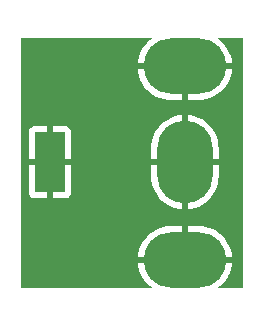
<source format=gbr>
%TF.GenerationSoftware,KiCad,Pcbnew,(6.0.7)*%
%TF.CreationDate,2023-01-27T12:27:14-07:00*%
%TF.ProjectId,JP_MegaDrive_DIN_Mount,4a505f4d-6567-4614-9472-6976655f4449,rev?*%
%TF.SameCoordinates,Original*%
%TF.FileFunction,Copper,L1,Top*%
%TF.FilePolarity,Positive*%
%FSLAX46Y46*%
G04 Gerber Fmt 4.6, Leading zero omitted, Abs format (unit mm)*
G04 Created by KiCad (PCBNEW (6.0.7)) date 2023-01-27 12:27:14*
%MOMM*%
%LPD*%
G01*
G04 APERTURE LIST*
%TA.AperFunction,ComponentPad*%
%ADD10O,4.700000X7.000000*%
%TD*%
%TA.AperFunction,ComponentPad*%
%ADD11O,7.000000X4.700000*%
%TD*%
%TA.AperFunction,SMDPad,CuDef*%
%ADD12R,2.540000X5.080000*%
%TD*%
G04 APERTURE END LIST*
D10*
%TO.P,H1,1,1*%
%TO.N,/GND*%
X132080000Y-111125000D03*
%TD*%
D11*
%TO.P,H2,1,1*%
%TO.N,/GND*%
X132080000Y-119380000D03*
%TD*%
%TO.P,H3,1,1*%
%TO.N,/GND*%
X132080000Y-102997000D03*
%TD*%
D12*
%TO.P,GND1,1,P*%
%TO.N,/GND*%
X120650000Y-111125000D03*
%TD*%
%TA.AperFunction,Conductor*%
%TO.N,/GND*%
G36*
X129298098Y-100595366D02*
G01*
X129308964Y-100621600D01*
X129298098Y-100647834D01*
X129294114Y-100651288D01*
X129082902Y-100809583D01*
X129081249Y-100810980D01*
X128840319Y-101040013D01*
X128838826Y-101041609D01*
X128626267Y-101297183D01*
X128624970Y-101298943D01*
X128443681Y-101577570D01*
X128442598Y-101579470D01*
X128295054Y-101877347D01*
X128294201Y-101879356D01*
X128182418Y-102192415D01*
X128181806Y-102194507D01*
X128107313Y-102518463D01*
X128106946Y-102520631D01*
X128083396Y-102735664D01*
X128084977Y-102741087D01*
X128088465Y-102743000D01*
X136071294Y-102743000D01*
X136076512Y-102740839D01*
X136077963Y-102737336D01*
X136045222Y-102476340D01*
X136044824Y-102474194D01*
X135965248Y-102151432D01*
X135964609Y-102149366D01*
X135847916Y-101838086D01*
X135847040Y-101836106D01*
X135694823Y-101540559D01*
X135693723Y-101538699D01*
X135508074Y-101262946D01*
X135506752Y-101261210D01*
X135290195Y-101008996D01*
X135288693Y-101007440D01*
X135044178Y-100782202D01*
X135042522Y-100780847D01*
X134864350Y-100651634D01*
X134849493Y-100627436D01*
X134856097Y-100599819D01*
X134880295Y-100584962D01*
X134886131Y-100584500D01*
X136995400Y-100584500D01*
X137021634Y-100595366D01*
X137032500Y-100621600D01*
X137032500Y-121755400D01*
X137021634Y-121781634D01*
X136995400Y-121792500D01*
X134888136Y-121792500D01*
X134861902Y-121781634D01*
X134851036Y-121755400D01*
X134861902Y-121729166D01*
X134865886Y-121725712D01*
X135077098Y-121567417D01*
X135078751Y-121566020D01*
X135319681Y-121336987D01*
X135321174Y-121335391D01*
X135533733Y-121079817D01*
X135535030Y-121078057D01*
X135716319Y-120799430D01*
X135717402Y-120797530D01*
X135864946Y-120499653D01*
X135865799Y-120497644D01*
X135977582Y-120184585D01*
X135978194Y-120182493D01*
X136052687Y-119858537D01*
X136053054Y-119856369D01*
X136076604Y-119641336D01*
X136075023Y-119635913D01*
X136071535Y-119634000D01*
X128088706Y-119634000D01*
X128083488Y-119636161D01*
X128082037Y-119639664D01*
X128114778Y-119900660D01*
X128115176Y-119902806D01*
X128194752Y-120225568D01*
X128195391Y-120227634D01*
X128312084Y-120538914D01*
X128312960Y-120540894D01*
X128465177Y-120836441D01*
X128466277Y-120838301D01*
X128651926Y-121114054D01*
X128653248Y-121115790D01*
X128869805Y-121368004D01*
X128871307Y-121369560D01*
X129115822Y-121594798D01*
X129117478Y-121596153D01*
X129295650Y-121725366D01*
X129310507Y-121749564D01*
X129303903Y-121777181D01*
X129279705Y-121792038D01*
X129273869Y-121792500D01*
X118274600Y-121792500D01*
X118248366Y-121781634D01*
X118237500Y-121755400D01*
X118237500Y-119118664D01*
X128083396Y-119118664D01*
X128084977Y-119124087D01*
X128088465Y-119126000D01*
X131818621Y-119126000D01*
X131823839Y-119123839D01*
X131826000Y-119118621D01*
X132334000Y-119118621D01*
X132336161Y-119123839D01*
X132341379Y-119126000D01*
X136071294Y-119126000D01*
X136076512Y-119123839D01*
X136077963Y-119120336D01*
X136045222Y-118859340D01*
X136044824Y-118857194D01*
X135965248Y-118534432D01*
X135964609Y-118532366D01*
X135847916Y-118221086D01*
X135847040Y-118219106D01*
X135694823Y-117923559D01*
X135693723Y-117921699D01*
X135508074Y-117645946D01*
X135506752Y-117644210D01*
X135290195Y-117391996D01*
X135288693Y-117390440D01*
X135044178Y-117165202D01*
X135042522Y-117163847D01*
X134773388Y-116968668D01*
X134771575Y-116967508D01*
X134481514Y-116805066D01*
X134479582Y-116804128D01*
X134172553Y-116676639D01*
X134170509Y-116675927D01*
X133850730Y-116585137D01*
X133848593Y-116584663D01*
X133520334Y-116531791D01*
X133518303Y-116531577D01*
X133329740Y-116522025D01*
X133328773Y-116522000D01*
X132341379Y-116522000D01*
X132336161Y-116524161D01*
X132334000Y-116529379D01*
X132334000Y-119118621D01*
X131826000Y-119118621D01*
X131826000Y-116529379D01*
X131823839Y-116524161D01*
X131818621Y-116522000D01*
X130844632Y-116522000D01*
X130843585Y-116522030D01*
X130597037Y-116536462D01*
X130594912Y-116536712D01*
X130267569Y-116594725D01*
X130265457Y-116595228D01*
X129947135Y-116691033D01*
X129945096Y-116691780D01*
X129640122Y-116824070D01*
X129638185Y-116825048D01*
X129350732Y-116992014D01*
X129348918Y-116993215D01*
X129082902Y-117192583D01*
X129081249Y-117193980D01*
X128840319Y-117423013D01*
X128838826Y-117424609D01*
X128626267Y-117680183D01*
X128624970Y-117681943D01*
X128443681Y-117960570D01*
X128442598Y-117962470D01*
X128295054Y-118260347D01*
X128294201Y-118262356D01*
X128182418Y-118575415D01*
X128181806Y-118577507D01*
X128107313Y-118901463D01*
X128106946Y-118903631D01*
X128083396Y-119118664D01*
X118237500Y-119118664D01*
X118237500Y-113712078D01*
X118872001Y-113712078D01*
X118872110Y-113714093D01*
X118878497Y-113772892D01*
X118879566Y-113777388D01*
X118928900Y-113908986D01*
X118931413Y-113913577D01*
X119015511Y-114025789D01*
X119019211Y-114029489D01*
X119131423Y-114113587D01*
X119136014Y-114116100D01*
X119267611Y-114165434D01*
X119272109Y-114166504D01*
X119330908Y-114172891D01*
X119332920Y-114173000D01*
X120388621Y-114173000D01*
X120393839Y-114170839D01*
X120396000Y-114165621D01*
X120396000Y-114165620D01*
X120904000Y-114165620D01*
X120906161Y-114170838D01*
X120911379Y-114172999D01*
X121967078Y-114172999D01*
X121969093Y-114172890D01*
X122027892Y-114166503D01*
X122032388Y-114165434D01*
X122163986Y-114116100D01*
X122168577Y-114113587D01*
X122280789Y-114029489D01*
X122284489Y-114025789D01*
X122368587Y-113913577D01*
X122371100Y-113908986D01*
X122420434Y-113777389D01*
X122421504Y-113772891D01*
X122427891Y-113714092D01*
X122428000Y-113712080D01*
X122428000Y-112360368D01*
X129222000Y-112360368D01*
X129222030Y-112361415D01*
X129236462Y-112607963D01*
X129236712Y-112610088D01*
X129294725Y-112937431D01*
X129295228Y-112939543D01*
X129391033Y-113257865D01*
X129391780Y-113259904D01*
X129524070Y-113564878D01*
X129525048Y-113566815D01*
X129692014Y-113854268D01*
X129693215Y-113856082D01*
X129892583Y-114122098D01*
X129893980Y-114123751D01*
X130123013Y-114364681D01*
X130124609Y-114366174D01*
X130380183Y-114578733D01*
X130381943Y-114580030D01*
X130660570Y-114761319D01*
X130662470Y-114762402D01*
X130960347Y-114909946D01*
X130962356Y-114910799D01*
X131275415Y-115022582D01*
X131277507Y-115023194D01*
X131601463Y-115097687D01*
X131603631Y-115098054D01*
X131818664Y-115121604D01*
X131824087Y-115120023D01*
X131826000Y-115116535D01*
X131826000Y-115116294D01*
X132334000Y-115116294D01*
X132336161Y-115121512D01*
X132339664Y-115122963D01*
X132600660Y-115090222D01*
X132602806Y-115089824D01*
X132925568Y-115010248D01*
X132927634Y-115009609D01*
X133238914Y-114892916D01*
X133240894Y-114892040D01*
X133536441Y-114739823D01*
X133538301Y-114738723D01*
X133814054Y-114553074D01*
X133815790Y-114551752D01*
X134068004Y-114335195D01*
X134069560Y-114333693D01*
X134294798Y-114089178D01*
X134296153Y-114087522D01*
X134491332Y-113818388D01*
X134492492Y-113816575D01*
X134654934Y-113526514D01*
X134655872Y-113524582D01*
X134783361Y-113217553D01*
X134784073Y-113215509D01*
X134874863Y-112895730D01*
X134875337Y-112893593D01*
X134928209Y-112565334D01*
X134928423Y-112563303D01*
X134937975Y-112374740D01*
X134938000Y-112373773D01*
X134938000Y-111386379D01*
X134935839Y-111381161D01*
X134930621Y-111379000D01*
X132341379Y-111379000D01*
X132336161Y-111381161D01*
X132334000Y-111386379D01*
X132334000Y-115116294D01*
X131826000Y-115116294D01*
X131826000Y-111386379D01*
X131823839Y-111381161D01*
X131818621Y-111379000D01*
X129229379Y-111379000D01*
X129224161Y-111381161D01*
X129222000Y-111386379D01*
X129222000Y-112360368D01*
X122428000Y-112360368D01*
X122428000Y-111386379D01*
X122425839Y-111381161D01*
X122420621Y-111379000D01*
X120911379Y-111379000D01*
X120906161Y-111381161D01*
X120904000Y-111386379D01*
X120904000Y-114165620D01*
X120396000Y-114165620D01*
X120396000Y-111386379D01*
X120393839Y-111381161D01*
X120388621Y-111379000D01*
X118879380Y-111379000D01*
X118874162Y-111381161D01*
X118872001Y-111386379D01*
X118872001Y-113712078D01*
X118237500Y-113712078D01*
X118237500Y-110863621D01*
X118872000Y-110863621D01*
X118874161Y-110868839D01*
X118879379Y-110871000D01*
X120388621Y-110871000D01*
X120393839Y-110868839D01*
X120396000Y-110863621D01*
X120904000Y-110863621D01*
X120906161Y-110868839D01*
X120911379Y-110871000D01*
X122420620Y-110871000D01*
X122425838Y-110868839D01*
X122427999Y-110863621D01*
X129222000Y-110863621D01*
X129224161Y-110868839D01*
X129229379Y-110871000D01*
X131818621Y-110871000D01*
X131823839Y-110868839D01*
X131826000Y-110863621D01*
X132334000Y-110863621D01*
X132336161Y-110868839D01*
X132341379Y-110871000D01*
X134930621Y-110871000D01*
X134935839Y-110868839D01*
X134938000Y-110863621D01*
X134938000Y-109889632D01*
X134937970Y-109888585D01*
X134923538Y-109642037D01*
X134923288Y-109639912D01*
X134865275Y-109312569D01*
X134864772Y-109310457D01*
X134768967Y-108992135D01*
X134768220Y-108990096D01*
X134635930Y-108685122D01*
X134634952Y-108683185D01*
X134467986Y-108395732D01*
X134466785Y-108393918D01*
X134267417Y-108127902D01*
X134266020Y-108126249D01*
X134036987Y-107885319D01*
X134035391Y-107883826D01*
X133779817Y-107671267D01*
X133778057Y-107669970D01*
X133499430Y-107488681D01*
X133497530Y-107487598D01*
X133199653Y-107340054D01*
X133197644Y-107339201D01*
X132884585Y-107227418D01*
X132882493Y-107226806D01*
X132558537Y-107152313D01*
X132556369Y-107151946D01*
X132341336Y-107128396D01*
X132335913Y-107129977D01*
X132334000Y-107133465D01*
X132334000Y-110863621D01*
X131826000Y-110863621D01*
X131826000Y-107133706D01*
X131823839Y-107128488D01*
X131820336Y-107127037D01*
X131559340Y-107159778D01*
X131557194Y-107160176D01*
X131234432Y-107239752D01*
X131232366Y-107240391D01*
X130921086Y-107357084D01*
X130919106Y-107357960D01*
X130623559Y-107510177D01*
X130621699Y-107511277D01*
X130345946Y-107696926D01*
X130344210Y-107698248D01*
X130091996Y-107914805D01*
X130090440Y-107916307D01*
X129865202Y-108160822D01*
X129863847Y-108162478D01*
X129668668Y-108431612D01*
X129667508Y-108433425D01*
X129505066Y-108723486D01*
X129504128Y-108725418D01*
X129376639Y-109032447D01*
X129375927Y-109034491D01*
X129285137Y-109354270D01*
X129284663Y-109356407D01*
X129231791Y-109684666D01*
X129231577Y-109686697D01*
X129222025Y-109875260D01*
X129222000Y-109876227D01*
X129222000Y-110863621D01*
X122427999Y-110863621D01*
X122427999Y-108537922D01*
X122427890Y-108535907D01*
X122421503Y-108477108D01*
X122420434Y-108472612D01*
X122371100Y-108341014D01*
X122368587Y-108336423D01*
X122284489Y-108224211D01*
X122280789Y-108220511D01*
X122168577Y-108136413D01*
X122163986Y-108133900D01*
X122032389Y-108084566D01*
X122027891Y-108083496D01*
X121969092Y-108077109D01*
X121967080Y-108077000D01*
X120911379Y-108077000D01*
X120906161Y-108079161D01*
X120904000Y-108084379D01*
X120904000Y-110863621D01*
X120396000Y-110863621D01*
X120396000Y-108084380D01*
X120393839Y-108079162D01*
X120388621Y-108077001D01*
X119332922Y-108077001D01*
X119330907Y-108077110D01*
X119272108Y-108083497D01*
X119267612Y-108084566D01*
X119136014Y-108133900D01*
X119131423Y-108136413D01*
X119019211Y-108220511D01*
X119015511Y-108224211D01*
X118931413Y-108336423D01*
X118928900Y-108341014D01*
X118879566Y-108472611D01*
X118878496Y-108477109D01*
X118872109Y-108535908D01*
X118872000Y-108537920D01*
X118872000Y-110863621D01*
X118237500Y-110863621D01*
X118237500Y-103256664D01*
X128082037Y-103256664D01*
X128114778Y-103517660D01*
X128115176Y-103519806D01*
X128194752Y-103842568D01*
X128195391Y-103844634D01*
X128312084Y-104155914D01*
X128312960Y-104157894D01*
X128465177Y-104453441D01*
X128466277Y-104455301D01*
X128651926Y-104731054D01*
X128653248Y-104732790D01*
X128869805Y-104985004D01*
X128871307Y-104986560D01*
X129115822Y-105211798D01*
X129117478Y-105213153D01*
X129386612Y-105408332D01*
X129388425Y-105409492D01*
X129678486Y-105571934D01*
X129680418Y-105572872D01*
X129987447Y-105700361D01*
X129989491Y-105701073D01*
X130309270Y-105791863D01*
X130311407Y-105792337D01*
X130639666Y-105845209D01*
X130641697Y-105845423D01*
X130830260Y-105854975D01*
X130831227Y-105855000D01*
X131818621Y-105855000D01*
X131823839Y-105852839D01*
X131826000Y-105847621D01*
X132334000Y-105847621D01*
X132336161Y-105852839D01*
X132341379Y-105855000D01*
X133315368Y-105855000D01*
X133316415Y-105854970D01*
X133562963Y-105840538D01*
X133565088Y-105840288D01*
X133892431Y-105782275D01*
X133894543Y-105781772D01*
X134212865Y-105685967D01*
X134214904Y-105685220D01*
X134519878Y-105552930D01*
X134521815Y-105551952D01*
X134809268Y-105384986D01*
X134811082Y-105383785D01*
X135077098Y-105184417D01*
X135078751Y-105183020D01*
X135319681Y-104953987D01*
X135321174Y-104952391D01*
X135533733Y-104696817D01*
X135535030Y-104695057D01*
X135716319Y-104416430D01*
X135717402Y-104414530D01*
X135864946Y-104116653D01*
X135865799Y-104114644D01*
X135977582Y-103801585D01*
X135978194Y-103799493D01*
X136052687Y-103475537D01*
X136053054Y-103473369D01*
X136076604Y-103258336D01*
X136075023Y-103252913D01*
X136071535Y-103251000D01*
X132341379Y-103251000D01*
X132336161Y-103253161D01*
X132334000Y-103258379D01*
X132334000Y-105847621D01*
X131826000Y-105847621D01*
X131826000Y-103258379D01*
X131823839Y-103253161D01*
X131818621Y-103251000D01*
X128088706Y-103251000D01*
X128083488Y-103253161D01*
X128082037Y-103256664D01*
X118237500Y-103256664D01*
X118237500Y-100621600D01*
X118248366Y-100595366D01*
X118274600Y-100584500D01*
X129271864Y-100584500D01*
X129298098Y-100595366D01*
G37*
%TD.AperFunction*%
%TD*%
M02*

</source>
